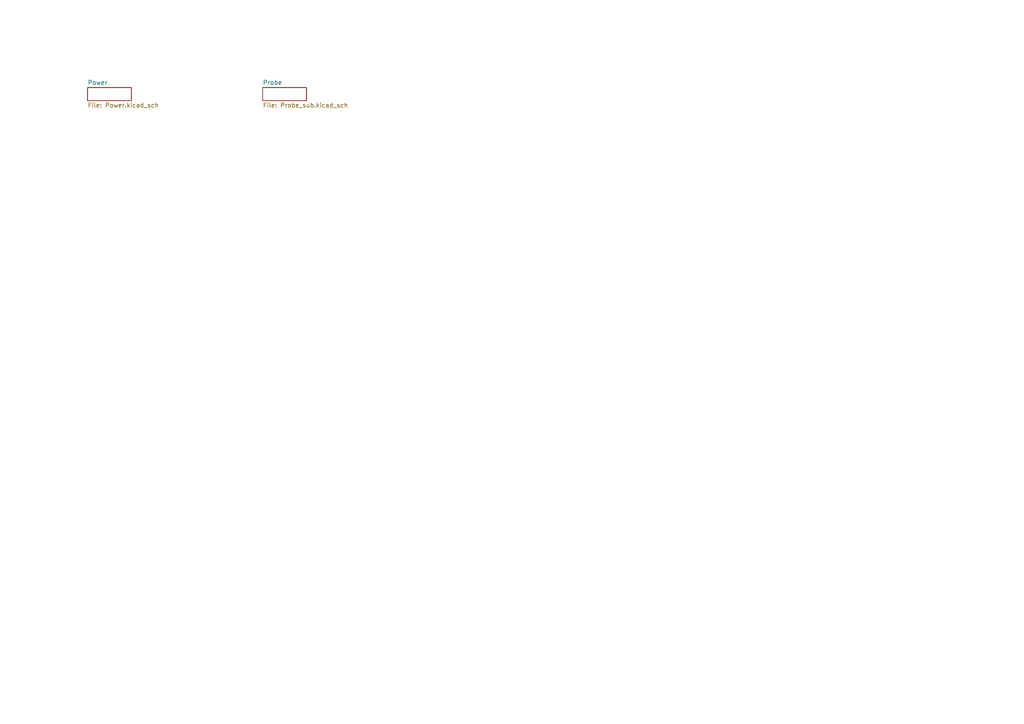
<source format=kicad_sch>
(kicad_sch
	(version 20250114)
	(generator "eeschema")
	(generator_version "9.0")
	(uuid "14def9af-f2ac-49e3-8b9c-a5c5c2bef76f")
	(paper "A4")
	(lib_symbols)
	(sheet
		(at 25.4 25.4)
		(size 12.7 3.81)
		(exclude_from_sim no)
		(in_bom yes)
		(on_board yes)
		(dnp no)
		(fields_autoplaced yes)
		(stroke
			(width 0)
			(type solid)
		)
		(fill
			(color 0 0 0 0.0000)
		)
		(uuid "2cb681b9-1e6f-4cce-b0fc-7f6e242a6424")
		(property "Sheetname" "Power"
			(at 25.4 24.6884 0)
			(effects
				(font
					(size 1.27 1.27)
				)
				(justify left bottom)
			)
		)
		(property "Sheetfile" "Power.kicad_sch"
			(at 25.4 29.7946 0)
			(effects
				(font
					(size 1.27 1.27)
				)
				(justify left top)
			)
		)
		(instances
			(project "Probe"
				(path "/14def9af-f2ac-49e3-8b9c-a5c5c2bef76f"
					(page "2")
				)
			)
		)
	)
	(sheet
		(at 76.2 25.4)
		(size 12.7 3.81)
		(exclude_from_sim no)
		(in_bom yes)
		(on_board yes)
		(dnp no)
		(fields_autoplaced yes)
		(stroke
			(width 0)
			(type solid)
		)
		(fill
			(color 0 0 0 0.0000)
		)
		(uuid "57150ba0-cdb5-4111-ad0a-a0447c4eb7da")
		(property "Sheetname" "Probe"
			(at 76.2 24.6884 0)
			(effects
				(font
					(size 1.27 1.27)
				)
				(justify left bottom)
			)
		)
		(property "Sheetfile" "Probe_sub.kicad_sch"
			(at 76.2 29.7946 0)
			(effects
				(font
					(size 1.27 1.27)
				)
				(justify left top)
			)
		)
		(instances
			(project "Probe"
				(path "/14def9af-f2ac-49e3-8b9c-a5c5c2bef76f"
					(page "3")
				)
			)
		)
	)
	(sheet_instances
		(path "/"
			(page "#")
		)
	)
	(embedded_fonts no)
)

</source>
